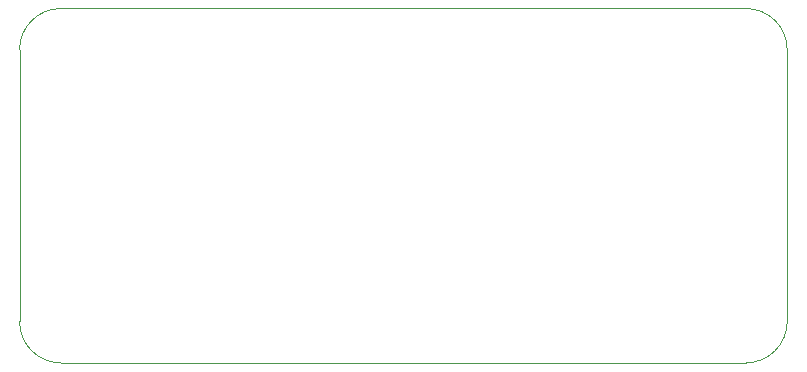
<source format=gbr>
%TF.GenerationSoftware,KiCad,Pcbnew,(5.1.9-16-g1737927814)-1*%
%TF.CreationDate,2021-11-14T21:42:26-06:00*%
%TF.ProjectId,rascsi_zero,72617363-7369-45f7-9a65-726f2e6b6963,rev?*%
%TF.SameCoordinates,PX59d60c0PY325aa00*%
%TF.FileFunction,Profile,NP*%
%FSLAX46Y46*%
G04 Gerber Fmt 4.6, Leading zero omitted, Abs format (unit mm)*
G04 Created by KiCad (PCBNEW (5.1.9-16-g1737927814)-1) date 2021-11-14 21:42:26*
%MOMM*%
%LPD*%
G01*
G04 APERTURE LIST*
%TA.AperFunction,Profile*%
%ADD10C,0.050000*%
%TD*%
G04 APERTURE END LIST*
D10*
X83800000Y-19700000D02*
X141800000Y-19700000D01*
X83800000Y-19700000D02*
G75*
G02*
X80300000Y-16200000I0J3500000D01*
G01*
X145300000Y-16200000D02*
G75*
G02*
X141800000Y-19700000I-3500000J0D01*
G01*
X80300000Y6800000D02*
X80300000Y-16200000D01*
X145300000Y6800000D02*
X145300000Y-16200000D01*
X83800000Y10300000D02*
X141800000Y10300000D01*
X80300000Y6800000D02*
G75*
G02*
X83800000Y10300000I3500000J0D01*
G01*
X141800000Y10300000D02*
G75*
G02*
X145300000Y6800000I0J-3500000D01*
G01*
M02*

</source>
